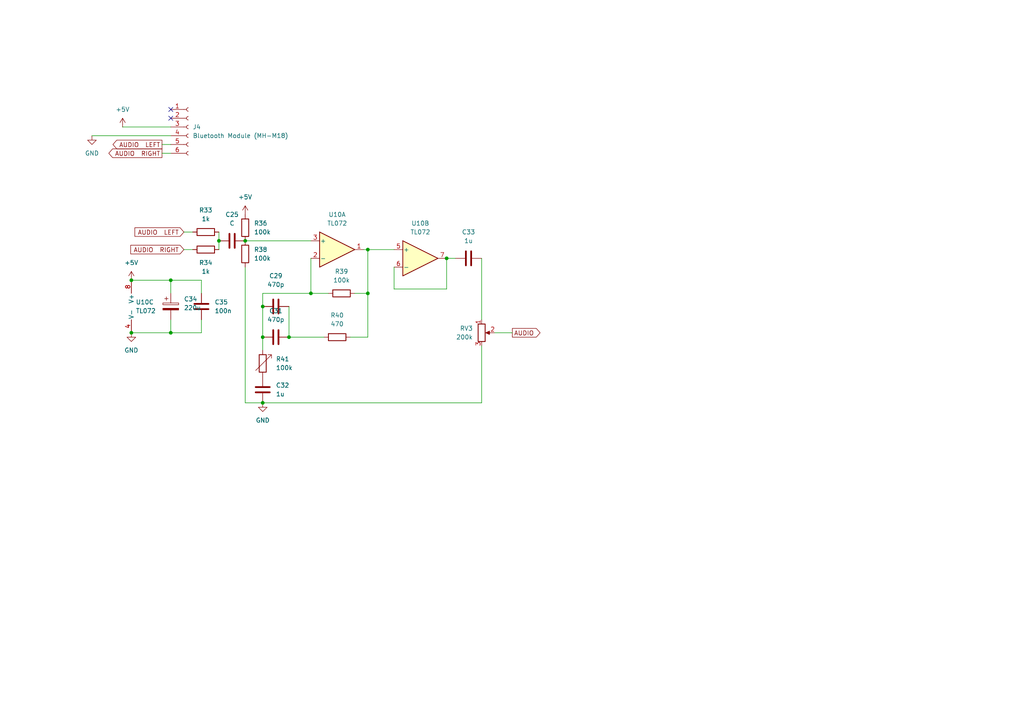
<source format=kicad_sch>
(kicad_sch (version 20231120) (generator "eeschema") (generator_version "8.0")
  (paper "A4")
  (title_block (title "HNaderi's PLL SSTC") (rev "2") (company "hnaderi.dev"))
  (lib_symbols
    (symbol "Amplifier_Operational:TL072" (pin_names (offset 0.127))
      (property "Reference" "U" (at 0 5.08 0))
      (property "Value" "TL072" (at 0 -5.08 0))
      (symbol "TL072_1_1"
        (polyline (pts (xy -5.08 5.08) (xy 5.08 0) (xy -5.08 -5.08) (xy -5.08 5.08)) (stroke (width 0.254)) (fill (type background)))
        (pin output line (at 7.62 0 180) (length 2.54) (name "~") (number "1"))
        (pin input line (at -7.62 -2.54 0) (length 2.54) (name "-") (number "2"))
        (pin input line (at -7.62 2.54 0) (length 2.54) (name "+") (number "3"))
      )
      (symbol "TL072_2_1"
        (polyline (pts (xy -5.08 5.08) (xy 5.08 0) (xy -5.08 -5.08) (xy -5.08 5.08)) (stroke (width 0.254)) (fill (type background)))
        (pin input line (at -7.62 2.54 0) (length 2.54) (name "+") (number "5"))
        (pin input line (at -7.62 -2.54 0) (length 2.54) (name "-") (number "6"))
        (pin output line (at 7.62 0 180) (length 2.54) (name "~") (number "7"))
      )
      (symbol "TL072_3_1"
        (pin power_in line (at -2.54 -7.62 90) (length 3.81) (name "V-") (number "4"))
        (pin power_in line (at -2.54 7.62 270) (length 3.81) (name "V+") (number "8"))
      )
    )
    (symbol "Connector:Conn_01x06_Socket" (pin_names (offset 1.016) hide)
      (property "Reference" "J" (at 0 7.62 0))
      (property "Value" "Conn_01x06_Socket" (at 0 -10.16 0))
      (symbol "Conn_01x06_Socket_1_1"
        (arc (start 0 -7.112) (mid -0.5058 -7.62) (end 0 -8.128) (stroke (width 0.1524)))
        (arc (start 0 -4.572) (mid -0.5058 -5.08) (end 0 -5.588) (stroke (width 0.1524)))
        (arc (start 0 -2.032) (mid -0.5058 -2.54) (end 0 -3.048) (stroke (width 0.1524)))
        (polyline (pts (xy -1.27 -7.62) (xy -0.508 -7.62)) (stroke (width 0.1524)))
        (polyline (pts (xy -1.27 -5.08) (xy -0.508 -5.08)) (stroke (width 0.1524)))
        (polyline (pts (xy -1.27 -2.54) (xy -0.508 -2.54)) (stroke (width 0.1524)))
        (polyline (pts (xy -1.27 0) (xy -0.508 0)) (stroke (width 0.1524)))
        (polyline (pts (xy -1.27 2.54) (xy -0.508 2.54)) (stroke (width 0.1524)))
        (polyline (pts (xy -1.27 5.08) (xy -0.508 5.08)) (stroke (width 0.1524)))
        (arc (start 0 0.508) (mid -0.5058 0) (end 0 -0.508) (stroke (width 0.1524)))
        (arc (start 0 3.048) (mid -0.5058 2.54) (end 0 2.032) (stroke (width 0.1524)))
        (arc (start 0 5.588) (mid -0.5058 5.08) (end 0 4.572) (stroke (width 0.1524)))
        (pin passive line (at -5.08 5.08 0) (length 3.81) (name "Pin_1") (number "1"))
        (pin passive line (at -5.08 2.54 0) (length 3.81) (name "Pin_2") (number "2"))
        (pin passive line (at -5.08 0 0) (length 3.81) (name "Pin_3") (number "3"))
        (pin passive line (at -5.08 -2.54 0) (length 3.81) (name "Pin_4") (number "4"))
        (pin passive line (at -5.08 -5.08 0) (length 3.81) (name "Pin_5") (number "5"))
        (pin passive line (at -5.08 -7.62 0) (length 3.81) (name "Pin_6") (number "6"))
      )
    )
    (symbol "Device:C" (pin_numbers hide) (pin_names (offset 0.254))
      (property "Reference" "C" (at 0.635 2.54 0))
      (property "Value" "C" (at 0.635 -2.54 0))
      (symbol "C_0_1"
        (polyline (pts (xy -2.032 -0.762) (xy 2.032 -0.762)) (stroke (width 0.508)))
        (polyline (pts (xy -2.032 0.762) (xy 2.032 0.762)) (stroke (width 0.508)))
      )
      (symbol "C_1_1"
        (pin passive line (at 0 3.81 270) (length 2.794) (name "~") (number "1"))
        (pin passive line (at 0 -3.81 90) (length 2.794) (name "~") (number "2"))
      )
    )
    (symbol "Device:C_Polarized" (pin_numbers hide) (pin_names (offset 0.254))
      (property "Reference" "C" (at 0.635 2.54 0))
      (property "Value" "C_Polarized" (at 0.635 -2.54 0))
      (symbol "C_Polarized_0_1"
        (rectangle (start -2.286 0.508) (end 2.286 1.016))
        (polyline (pts (xy -1.778 2.286) (xy -0.762 2.286)))
        (polyline (pts (xy -1.27 2.794) (xy -1.27 1.778)))
        (rectangle (start 2.286 -0.508) (end -2.286 -1.016) (fill (type outline)))
      )
      (symbol "C_Polarized_1_1"
        (pin passive line (at 0 3.81 270) (length 2.794) (name "~") (number "1"))
        (pin passive line (at 0 -3.81 90) (length 2.794) (name "~") (number "2"))
      )
    )
    (symbol "Device:R" (pin_numbers hide) (pin_names (offset 0))
      (property "Reference" "R" (at 2.032 0 90))
      (property "Value" "R" (at 0 0 90))
      (symbol "R_0_1"
        (rectangle (start -1.016 -2.54) (end 1.016 2.54) (stroke (width 0.254)))
      )
      (symbol "R_1_1"
        (pin passive line (at 0 3.81 270) (length 1.27) (name "~") (number "1"))
        (pin passive line (at 0 -3.81 90) (length 1.27) (name "~") (number "2"))
      )
    )
    (symbol "Device:R_Potentiometer" (pin_names (offset 1.016) hide)
      (property "Reference" "RV" (at -4.445 0 90))
      (property "Value" "R_Potentiometer" (at -2.54 0 90))
      (symbol "R_Potentiometer_0_1"
        (polyline (pts (xy 2.54 0) (xy 1.524 0)))
        (polyline (pts (xy 1.143 0) (xy 2.286 0.508) (xy 2.286 -0.508) (xy 1.143 0)) (fill (type outline)))
        (rectangle (start 1.016 2.54) (end -1.016 -2.54) (stroke (width 0.254)))
      )
      (symbol "R_Potentiometer_1_1"
        (pin passive line (at 0 3.81 270) (length 1.27) (name "1") (number "1"))
        (pin passive line (at 3.81 0 180) (length 1.27) (name "2") (number "2"))
        (pin passive line (at 0 -3.81 90) (length 1.27) (name "3") (number "3"))
      )
    )
    (symbol "Device:R_Variable" (pin_numbers hide) (pin_names (offset 0))
      (property "Reference" "R" (at 2.54 -2.54 90))
      (property "Value" "R_Variable" (at -2.54 -1.27 90))
      (symbol "R_Variable_0_1"
        (rectangle (start -1.016 -2.54) (end 1.016 2.54) (stroke (width 0.254)))
        (polyline (pts (xy 2.54 1.524) (xy 2.54 2.54) (xy 1.524 2.54) (xy 2.54 2.54) (xy -2.032 -2.032)))
      )
      (symbol "R_Variable_1_1"
        (pin passive line (at 0 3.81 270) (length 1.27) (name "~") (number "1"))
        (pin passive line (at 0 -3.81 90) (length 1.27) (name "~") (number "2"))
      )
    )
    (symbol "power:+5V" (power) (pin_numbers hide) (pin_names (offset 0) hide)
      (property "Value" "+5V" (at 0 3.556 0))
      (symbol "+5V_0_1"
        (polyline (pts (xy -0.762 1.27) (xy 0 2.54)))
        (polyline (pts (xy 0 0) (xy 0 2.54)))
        (polyline (pts (xy 0 2.54) (xy 0.762 1.27)))
      )
      (symbol "+5V_1_1"
        (pin power_in line (at 0 0 90) (length 0) (name "~") (number "1"))
      )
    )
    (symbol "power:GND" (power) (pin_numbers hide) (pin_names (offset 0) hide)
      (property "Value" "GND" (at 0 -3.81 0))
      (symbol "GND_0_1"
        (polyline (pts (xy 0 0) (xy 0 -1.27) (xy 1.27 -1.27) (xy 0 -2.54) (xy -1.27 -1.27) (xy 0 -1.27)))
      )
      (symbol "GND_1_1"
        (pin power_in line (at 0 0 270) (length 0) (name "~") (number "1"))
      )
    )
  )
  (junction (at 83.82 97.79))
  (junction (at 106.68 72.39))
  (junction (at 76.2 88.9))
  (junction (at 38.1 96.52))
  (junction (at 38.1 81.28))
  (junction (at 63.5 69.85))
  (junction (at 71.12 69.85))
  (junction (at 49.53 96.52))
  (junction (at 106.68 85.09))
  (junction (at 76.2 97.79))
  (junction (at 129.54 74.93))
  (junction (at 49.53 81.28))
  (junction (at 90.17 85.09))
  (junction (at 76.2 116.84))
  (no_connect (at 49.53 34.29))
  (no_connect (at 49.53 31.75))
  (wire (pts (xy 139.7 100.33) (xy 139.7 116.84)))
  (wire (pts (xy 63.5 69.85) (xy 63.5 72.39)))
  (wire (pts (xy 106.68 85.09) (xy 106.68 97.79)))
  (wire (pts (xy 58.42 81.28) (xy 58.42 85.09)))
  (wire (pts (xy 90.17 85.09) (xy 90.17 74.93)))
  (wire (pts (xy 35.56 36.83) (xy 49.53 36.83)))
  (wire (pts (xy 49.53 96.52) (xy 49.53 92.71)))
  (wire (pts (xy 53.34 67.31) (xy 55.88 67.31)))
  (wire (pts (xy 139.7 92.71) (xy 139.7 74.93)))
  (wire (pts (xy 76.2 88.9) (xy 76.2 85.09)))
  (wire (pts (xy 83.82 97.79) (xy 93.98 97.79)))
  (wire (pts (xy 114.3 72.39) (xy 106.68 72.39)))
  (wire (pts (xy 106.68 72.39) (xy 106.68 85.09)))
  (wire (pts (xy 129.54 83.82) (xy 114.3 83.82)))
  (wire (pts (xy 53.34 72.39) (xy 55.88 72.39)))
  (wire (pts (xy 129.54 74.93) (xy 129.54 83.82)))
  (wire (pts (xy 76.2 97.79) (xy 76.2 88.9)))
  (wire (pts (xy 95.25 85.09) (xy 90.17 85.09)))
  (wire (pts (xy 71.12 116.84) (xy 76.2 116.84)))
  (wire (pts (xy 101.6 97.79) (xy 106.68 97.79)))
  (wire (pts (xy 71.12 69.85) (xy 90.17 69.85)))
  (wire (pts (xy 114.3 83.82) (xy 114.3 77.47)))
  (wire (pts (xy 63.5 67.31) (xy 63.5 69.85)))
  (wire (pts (xy 76.2 116.84) (xy 139.7 116.84)))
  (wire (pts (xy 49.53 96.52) (xy 38.1 96.52)))
  (wire (pts (xy 129.54 74.93) (xy 132.08 74.93)))
  (wire (pts (xy 58.42 81.28) (xy 49.53 81.28)))
  (wire (pts (xy 76.2 85.09) (xy 90.17 85.09)))
  (wire (pts (xy 58.42 96.52) (xy 49.53 96.52)))
  (wire (pts (xy 71.12 77.47) (xy 71.12 116.84)))
  (wire (pts (xy 46.99 44.45) (xy 49.53 44.45)))
  (wire (pts (xy 49.53 81.28) (xy 38.1 81.28)))
  (wire (pts (xy 49.53 81.28) (xy 49.53 85.09)))
  (wire (pts (xy 76.2 101.6) (xy 76.2 97.79)))
  (wire (pts (xy 46.99 41.91) (xy 49.53 41.91)))
  (wire (pts (xy 83.82 88.9) (xy 83.82 97.79)))
  (wire (pts (xy 148.59 96.52) (xy 143.51 96.52)))
  (wire (pts (xy 26.67 39.37) (xy 49.53 39.37)))
  (wire (pts (xy 102.87 85.09) (xy 106.68 85.09)))
  (wire (pts (xy 58.42 96.52) (xy 58.42 92.71)))
  (wire (pts (xy 106.68 72.39) (xy 105.41 72.39)))
  (global_label "AUDIO  RIGHT" (shape input) (at 53.34 72.39 180) (property "Intersheetrefs" "${INTERSHEET_REFS}" (effects (hide yes))))
  (global_label "AUDIO  LEFT" (shape output) (at 46.99 41.91 180) (property "Intersheetrefs" "${INTERSHEET_REFS}" (effects (hide yes))))
  (global_label "AUDIO  RIGHT" (shape output) (at 46.99 44.45 180) (property "Intersheetrefs" "${INTERSHEET_REFS}" (effects (hide yes))))
  (global_label "AUDIO  LEFT" (shape input) (at 53.34 67.31 180) (property "Intersheetrefs" "${INTERSHEET_REFS}" (effects (hide yes))))
  (global_label "AUDIO" (shape output) (at 148.59 96.52 0) (property "Intersheetrefs" "${INTERSHEET_REFS}" (effects (hide yes))))
  (symbol (lib_id "Device:C") (at 58.42 88.9 0) (unit 1)
    (property "Reference" "C35" (at 62.23 87.6299 0) (effects (justify left)))
    (property "Value" "100n" (at 62.23 90.1699 0) (effects (justify left)))
    (property "Description" "Unpolarized capacitor" (effects (hide yes)))
  )
  (symbol (lib_id "power:+5V") (at 71.12 62.23 0) (unit 1)
    (property "Reference" "#PWR054" (effects (hide yes)))
    (property "Value" "+5V" (at 71.12 57.15 0))
    (property "Description" "Power symbol creates a global label with name \"+5V\"" (effects (hide yes)))
  )
  (symbol (lib_id "Device:R") (at 99.06 85.09 270) (unit 1)
    (property "Reference" "R39" (at 99.06 78.74 90))
    (property "Value" "100k" (at 99.06 81.28 90))
    (property "Description" "Resistor" (effects (hide yes)))
  )
  (symbol (lib_id "Device:R") (at 97.79 97.79 270) (unit 1)
    (property "Reference" "R40" (at 97.79 91.44 90))
    (property "Value" "470" (at 97.79 93.98 90))
    (property "Description" "Resistor" (effects (hide yes)))
  )
  (symbol (lib_id "Connector:Conn_01x06_Socket") (at 54.61 36.83 0) (unit 1)
    (property "Reference" "J4" (at 55.88 36.8299 0) (effects (justify left)))
    (property "Value" "Bluetooth Module (MH-M18)" (at 55.88 39.3699 0) (effects (justify left)))
    (property "Footprint" "Connector_PinSocket_2.00mm:PinSocket_1x06_P2.00mm_Vertical" (effects (hide yes)))
    (property "Description" "Generic connector, single row, 01x06, script generated" (effects (hide yes)))
  )
  (symbol (lib_id "Device:C") (at 76.2 113.03 0) (unit 1)
    (property "Reference" "C32" (at 80.01 111.7599 0) (effects (justify left)))
    (property "Value" "1u" (at 80.01 114.2999 0) (effects (justify left)))
    (property "Description" "Unpolarized capacitor" (effects (hide yes)))
  )
  (symbol (lib_id "Amplifier_Operational:TL072") (at 40.64 88.9 0) (unit 3)
    (property "Reference" "U10" (at 39.37 87.6299 0) (effects (justify left)))
    (property "Value" "TL072" (at 39.37 90.1699 0) (effects (justify left)))
    (property "Datasheet" "http://www.ti.com/lit/ds/symlink/tl071.pdf" (effects (hide yes)))
    (property "Description" "Dual Low-Noise JFET-Input Operational Amplifiers, DIP-8/SOIC-8" (effects (hide yes)))
  )
  (symbol (lib_id "Device:R") (at 71.12 66.04 0) (unit 1)
    (property "Reference" "R36" (at 73.66 64.7699 0) (effects (justify left)))
    (property "Value" "100k" (at 73.66 67.3099 0) (effects (justify left)))
    (property "Description" "Resistor" (effects (hide yes)))
  )
  (symbol (lib_id "Device:C") (at 67.31 69.85 270) (unit 1)
    (property "Reference" "C25" (at 67.31 62.23 90))
    (property "Value" "C" (at 67.31 64.77 90))
    (property "Description" "Unpolarized capacitor" (effects (hide yes)))
  )
  (symbol (lib_id "power:GND") (at 76.2 116.84 0) (unit 1)
    (property "Reference" "#PWR053" (effects (hide yes)))
    (property "Value" "GND" (at 76.2 121.92 0))
    (property "Description" "Power symbol creates a global label with name \"GND\" , ground" (effects (hide yes)))
  )
  (symbol (lib_id "power:+5V") (at 38.1 81.28 0) (unit 1)
    (property "Reference" "#PWR052" (effects (hide yes)))
    (property "Value" "+5V" (at 38.1 76.2 0))
    (property "Description" "Power symbol creates a global label with name \"+5V\"" (effects (hide yes)))
  )
  (symbol (lib_id "power:GND") (at 26.67 39.37 0) (unit 1)
    (property "Reference" "#PWR041" (effects (hide yes)))
    (property "Value" "GND" (at 26.67 44.45 0))
    (property "Description" "Power symbol creates a global label with name \"GND\" , ground" (effects (hide yes)))
  )
  (symbol (lib_id "Amplifier_Operational:TL072") (at 97.79 72.39 0) (unit 1)
    (property "Reference" "U10" (at 97.79 62.23 0))
    (property "Value" "TL072" (at 97.79 64.77 0))
    (property "Datasheet" "http://www.ti.com/lit/ds/symlink/tl071.pdf" (effects (hide yes)))
    (property "Description" "Dual Low-Noise JFET-Input Operational Amplifiers, DIP-8/SOIC-8" (effects (hide yes)))
  )
  (symbol (lib_id "Amplifier_Operational:TL072") (at 121.92 74.93 0) (unit 2)
    (property "Reference" "U10" (at 121.92 64.77 0))
    (property "Value" "TL072" (at 121.92 67.31 0))
    (property "Datasheet" "http://www.ti.com/lit/ds/symlink/tl071.pdf" (effects (hide yes)))
    (property "Description" "Dual Low-Noise JFET-Input Operational Amplifiers, DIP-8/SOIC-8" (effects (hide yes)))
  )
  (symbol (lib_id "Device:C") (at 135.89 74.93 270) (unit 1)
    (property "Reference" "C33" (at 135.89 67.31 90))
    (property "Value" "1u" (at 135.89 69.85 90))
    (property "Description" "Unpolarized capacitor" (effects (hide yes)))
  )
  (symbol (lib_id "Device:C") (at 80.01 97.79 270) (unit 1)
    (property "Reference" "C31" (at 80.01 90.17 90))
    (property "Value" "470p" (at 80.01 92.71 90))
    (property "Description" "Unpolarized capacitor" (effects (hide yes)))
  )
  (symbol (lib_id "Device:R") (at 59.69 67.31 90) (unit 1)
    (property "Reference" "R33" (at 59.69 60.96 90))
    (property "Value" "1k" (at 59.69 63.5 90))
    (property "Description" "Resistor" (effects (hide yes)))
  )
  (symbol (lib_id "power:GND") (at 38.1 96.52 0) (unit 1)
    (property "Reference" "#PWR044" (effects (hide yes)))
    (property "Value" "GND" (at 38.1 101.6 0))
    (property "Description" "Power symbol creates a global label with name \"GND\" , ground" (effects (hide yes)))
  )
  (symbol (lib_id "Device:R_Variable") (at 76.2 105.41 0) (unit 1)
    (property "Reference" "R41" (at 80.01 104.1399 0) (effects (justify left)))
    (property "Value" "100k" (at 80.01 106.6799 0) (effects (justify left)))
    (property "Description" "Variable resistor" (effects (hide yes)))
  )
  (symbol (lib_id "Device:C") (at 80.01 88.9 270) (unit 1)
    (property "Reference" "C29" (at 80.01 80.01 90))
    (property "Value" "470p" (at 80.01 82.55 90))
    (property "Description" "Unpolarized capacitor" (effects (hide yes)))
  )
  (symbol (lib_id "power:+5V") (at 35.56 36.83 0) (unit 1)
    (property "Reference" "#PWR040" (effects (hide yes)))
    (property "Value" "+5V" (at 35.56 31.75 0))
    (property "Description" "Power symbol creates a global label with name \"+5V\"" (effects (hide yes)))
  )
  (symbol (lib_id "Device:C_Polarized") (at 49.53 88.9 0) (unit 1)
    (property "Reference" "C34" (at 53.34 86.7409 0) (effects (justify left)))
    (property "Value" "220u" (at 53.34 89.2809 0) (effects (justify left)))
    (property "Description" "Polarized capacitor" (effects (hide yes)))
  )
  (symbol (lib_id "Device:R") (at 59.69 72.39 90) (unit 1)
    (property "Reference" "R34" (at 59.69 76.2 90))
    (property "Value" "1k" (at 59.69 78.74 90))
    (property "Description" "Resistor" (effects (hide yes)))
  )
  (symbol (lib_id "Device:R_Potentiometer") (at 139.7 96.52 0) (unit 1)
    (property "Reference" "RV3" (at 137.16 95.2499 0) (effects (justify right)))
    (property "Value" "200k" (at 137.16 97.7899 0) (effects (justify right)))
    (property "Description" "Potentiometer" (effects (hide yes)))
  )
  (symbol (lib_id "Device:R") (at 71.12 73.66 0) (unit 1)
    (property "Reference" "R38" (at 73.66 72.3899 0) (effects (justify left)))
    (property "Value" "100k" (at 73.66 74.9299 0) (effects (justify left)))
    (property "Description" "Resistor" (effects (hide yes)))
  )
)
</source>
